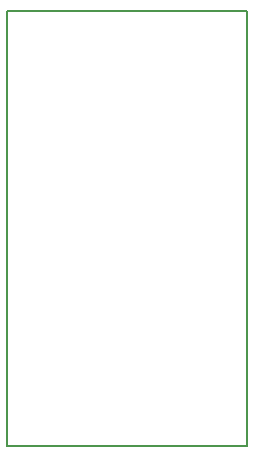
<source format=gko>
G04 DipTrace 3.0.0.2*
G04 MSP4302311_20.gko*
%MOIN*%
G04 #@! TF.FileFunction,Profile*
G04 #@! TF.Part,Single*
%ADD11C,0.005512*%
%FSLAX26Y26*%
G04*
G70*
G90*
G75*
G01*
G04 BoardOutline*
%LPD*%
X394000Y1844000D2*
D11*
X1194000D1*
Y394000D1*
X394000D1*
Y1844000D1*
M02*

</source>
